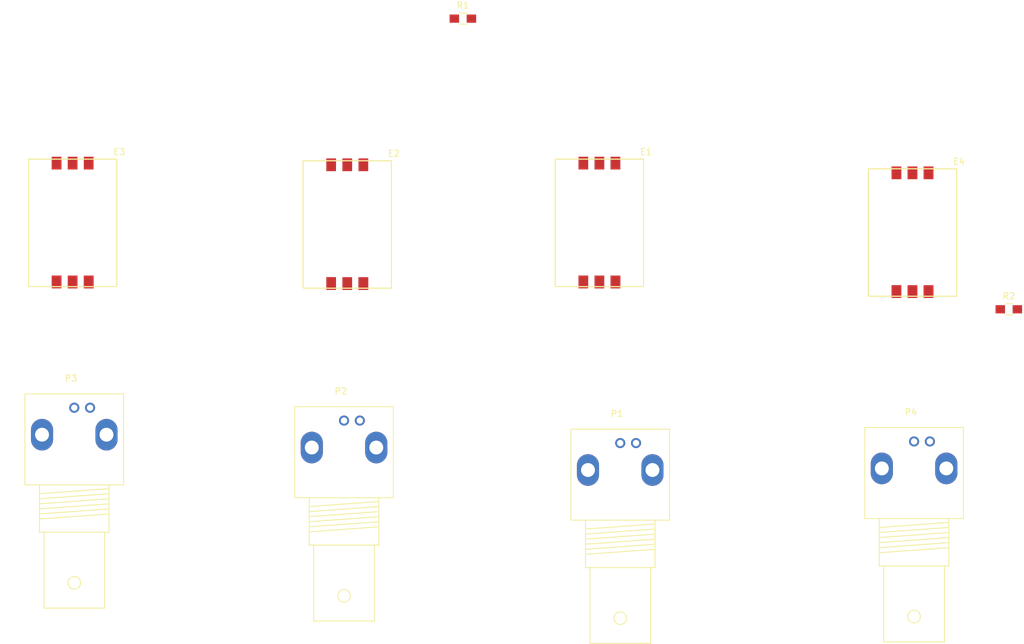
<source format=kicad_pcb>
(kicad_pcb (version 4) (host pcbnew 4.0.4-stable)

  (general
    (links 56)
    (no_connects 32)
    (area 0 0 0 0)
    (thickness 1.6)
    (drawings 0)
    (tracks 0)
    (zones 0)
    (modules 10)
    (nets 13)
  )

  (page A4)
  (layers
    (0 F.Cu signal)
    (31 B.Cu signal)
    (32 B.Adhes user)
    (33 F.Adhes user)
    (34 B.Paste user)
    (35 F.Paste user)
    (36 B.SilkS user)
    (37 F.SilkS user)
    (38 B.Mask user)
    (39 F.Mask user)
    (40 Dwgs.User user)
    (41 Cmts.User user)
    (42 Eco1.User user)
    (43 Eco2.User user)
    (44 Edge.Cuts user)
    (45 Margin user)
    (46 B.CrtYd user)
    (47 F.CrtYd user)
    (48 B.Fab user)
    (49 F.Fab user)
  )

  (setup
    (last_trace_width 0.25)
    (trace_clearance 0.2)
    (zone_clearance 0.508)
    (zone_45_only no)
    (trace_min 0.2)
    (segment_width 0.2)
    (edge_width 0.15)
    (via_size 0.6)
    (via_drill 0.4)
    (via_min_size 0.4)
    (via_min_drill 0.3)
    (uvia_size 0.3)
    (uvia_drill 0.1)
    (uvias_allowed no)
    (uvia_min_size 0.2)
    (uvia_min_drill 0.1)
    (pcb_text_width 0.3)
    (pcb_text_size 1.5 1.5)
    (mod_edge_width 0.15)
    (mod_text_size 1 1)
    (mod_text_width 0.15)
    (pad_size 1.524 1.524)
    (pad_drill 0.762)
    (pad_to_mask_clearance 0.2)
    (aux_axis_origin 0 0)
    (visible_elements FFFFFF7F)
    (pcbplotparams
      (layerselection 0x00030_80000001)
      (usegerberextensions false)
      (excludeedgelayer true)
      (linewidth 0.100000)
      (plotframeref false)
      (viasonmask false)
      (mode 1)
      (useauxorigin false)
      (hpglpennumber 1)
      (hpglpenspeed 20)
      (hpglpendiameter 15)
      (hpglpenoverlay 2)
      (psnegative false)
      (psa4output false)
      (plotreference true)
      (plotvalue true)
      (plotinvisibletext false)
      (padsonsilk false)
      (subtractmaskfromsilk false)
      (outputformat 1)
      (mirror false)
      (drillshape 1)
      (scaleselection 1)
      (outputdirectory ""))
  )

  (net 0 "")
  (net 1 "Net-(E1-Pad4)")
  (net 2 /5V)
  (net 3 "Net-(E1-Pad5)")
  (net 4 /A4)
  (net 5 /Ard_GND)
  (net 6 /A5)
  (net 7 "Net-(E2-Pad4)")
  (net 8 "Net-(E2-Pad5)")
  (net 9 "Net-(E3-Pad4)")
  (net 10 "Net-(E3-Pad5)")
  (net 11 "Net-(E4-Pad4)")
  (net 12 "Net-(E4-Pad5)")

  (net_class Default "This is the default net class."
    (clearance 0.2)
    (trace_width 0.25)
    (via_dia 0.6)
    (via_drill 0.4)
    (uvia_dia 0.3)
    (uvia_drill 0.1)
    (add_net /5V)
    (add_net /A4)
    (add_net /A5)
    (add_net /Ard_GND)
    (add_net "Net-(E1-Pad4)")
    (add_net "Net-(E1-Pad5)")
    (add_net "Net-(E2-Pad4)")
    (add_net "Net-(E2-Pad5)")
    (add_net "Net-(E3-Pad4)")
    (add_net "Net-(E3-Pad5)")
    (add_net "Net-(E4-Pad4)")
    (add_net "Net-(E4-Pad5)")
  )

  (module DAB:phEZO (layer F.Cu) (tedit 5848E68B) (tstamp 5848F259)
    (at 145.796 69.596)
    (path /5848E652)
    (fp_text reference E1 (at 7.366 -11.176) (layer F.SilkS)
      (effects (font (size 1 1) (thickness 0.15)))
    )
    (fp_text value phEZO (at -7.366 -11.176) (layer F.Fab)
      (effects (font (size 1 1) (thickness 0.15)))
    )
    (fp_line (start 6.985 10.127) (end -6.985 10.127) (layer F.SilkS) (width 0.15))
    (fp_line (start 6.985 -10.033) (end 6.985 10.127) (layer F.SilkS) (width 0.15))
    (fp_line (start -6.985 -10.033) (end 6.985 -10.033) (layer F.SilkS) (width 0.15))
    (fp_line (start -6.985 10.127) (end -6.985 -10.033) (layer F.SilkS) (width 0.15))
    (fp_line (start -6.985 10.127) (end -6.985 -10.033) (layer F.SilkS) (width 0.15))
    (fp_line (start -6.985 -10.033) (end 6.985 -10.033) (layer F.SilkS) (width 0.15))
    (fp_line (start 6.985 -10.033) (end 6.985 10.127) (layer F.SilkS) (width 0.15))
    (fp_line (start 6.985 10.127) (end -6.985 10.127) (layer F.SilkS) (width 0.15))
    (pad 4 smd rect (at 2.54 9.398) (size 1.542 2) (layers F.Cu F.Paste F.Mask)
      (net 1 "Net-(E1-Pad4)"))
    (pad 6 smd rect (at -2.54 9.389) (size 1.524 2) (layers F.Cu F.Paste F.Mask)
      (net 2 /5V))
    (pad 5 smd rect (at 0 9.398) (size 1.524 2) (layers F.Cu F.Paste F.Mask)
      (net 3 "Net-(E1-Pad5)"))
    (pad 2 smd rect (at 0 -9.398) (size 1.524 2) (layers F.Cu F.Paste F.Mask)
      (net 4 /A4))
    (pad 1 smd rect (at -2.54 -9.398) (size 1.524 2) (layers F.Cu F.Paste F.Mask)
      (net 5 /Ard_GND))
    (pad 3 smd rect (at 2.54 -9.398) (size 1.524 2) (layers F.Cu F.Paste F.Mask)
      (net 6 /A5))
    (pad 3 smd rect (at 2.54 -9.398) (size 1.524 2) (layers F.Cu F.Paste F.Mask)
      (net 6 /A5))
    (pad 1 smd rect (at -2.54 -9.398) (size 1.524 2) (layers F.Cu F.Paste F.Mask)
      (net 5 /Ard_GND))
    (pad 2 smd rect (at 0 -9.398) (size 1.524 2) (layers F.Cu F.Paste F.Mask)
      (net 4 /A4))
    (pad 5 smd rect (at 0 9.398) (size 1.524 2) (layers F.Cu F.Paste F.Mask)
      (net 3 "Net-(E1-Pad5)"))
    (pad 6 smd rect (at -2.54 9.389) (size 1.524 2) (layers F.Cu F.Paste F.Mask)
      (net 2 /5V))
    (pad 4 smd rect (at 2.54 9.398) (size 1.542 2) (layers F.Cu F.Paste F.Mask)
      (net 1 "Net-(E1-Pad4)"))
  )

  (module DAB:phEZO (layer F.Cu) (tedit 5848E68B) (tstamp 5848F271)
    (at 105.918 69.85)
    (path /5848E693)
    (fp_text reference E2 (at 7.366 -11.176) (layer F.SilkS)
      (effects (font (size 1 1) (thickness 0.15)))
    )
    (fp_text value DO_EZO (at -7.366 -11.176) (layer F.Fab)
      (effects (font (size 1 1) (thickness 0.15)))
    )
    (fp_line (start 6.985 10.127) (end -6.985 10.127) (layer F.SilkS) (width 0.15))
    (fp_line (start 6.985 -10.033) (end 6.985 10.127) (layer F.SilkS) (width 0.15))
    (fp_line (start -6.985 -10.033) (end 6.985 -10.033) (layer F.SilkS) (width 0.15))
    (fp_line (start -6.985 10.127) (end -6.985 -10.033) (layer F.SilkS) (width 0.15))
    (fp_line (start -6.985 10.127) (end -6.985 -10.033) (layer F.SilkS) (width 0.15))
    (fp_line (start -6.985 -10.033) (end 6.985 -10.033) (layer F.SilkS) (width 0.15))
    (fp_line (start 6.985 -10.033) (end 6.985 10.127) (layer F.SilkS) (width 0.15))
    (fp_line (start 6.985 10.127) (end -6.985 10.127) (layer F.SilkS) (width 0.15))
    (pad 4 smd rect (at 2.54 9.398) (size 1.542 2) (layers F.Cu F.Paste F.Mask)
      (net 7 "Net-(E2-Pad4)"))
    (pad 6 smd rect (at -2.54 9.389) (size 1.524 2) (layers F.Cu F.Paste F.Mask)
      (net 2 /5V))
    (pad 5 smd rect (at 0 9.398) (size 1.524 2) (layers F.Cu F.Paste F.Mask)
      (net 8 "Net-(E2-Pad5)"))
    (pad 2 smd rect (at 0 -9.398) (size 1.524 2) (layers F.Cu F.Paste F.Mask)
      (net 4 /A4))
    (pad 1 smd rect (at -2.54 -9.398) (size 1.524 2) (layers F.Cu F.Paste F.Mask)
      (net 5 /Ard_GND))
    (pad 3 smd rect (at 2.54 -9.398) (size 1.524 2) (layers F.Cu F.Paste F.Mask)
      (net 6 /A5))
    (pad 3 smd rect (at 2.54 -9.398) (size 1.524 2) (layers F.Cu F.Paste F.Mask)
      (net 6 /A5))
    (pad 1 smd rect (at -2.54 -9.398) (size 1.524 2) (layers F.Cu F.Paste F.Mask)
      (net 5 /Ard_GND))
    (pad 2 smd rect (at 0 -9.398) (size 1.524 2) (layers F.Cu F.Paste F.Mask)
      (net 4 /A4))
    (pad 5 smd rect (at 0 9.398) (size 1.524 2) (layers F.Cu F.Paste F.Mask)
      (net 8 "Net-(E2-Pad5)"))
    (pad 6 smd rect (at -2.54 9.389) (size 1.524 2) (layers F.Cu F.Paste F.Mask)
      (net 2 /5V))
    (pad 4 smd rect (at 2.54 9.398) (size 1.542 2) (layers F.Cu F.Paste F.Mask)
      (net 7 "Net-(E2-Pad4)"))
  )

  (module DAB:phEZO (layer F.Cu) (tedit 5848E68B) (tstamp 5848F289)
    (at 62.484 69.596)
    (path /5848EA59)
    (fp_text reference E3 (at 7.366 -11.176) (layer F.SilkS)
      (effects (font (size 1 1) (thickness 0.15)))
    )
    (fp_text value phEZO (at -7.366 -11.176) (layer F.Fab)
      (effects (font (size 1 1) (thickness 0.15)))
    )
    (fp_line (start 6.985 10.127) (end -6.985 10.127) (layer F.SilkS) (width 0.15))
    (fp_line (start 6.985 -10.033) (end 6.985 10.127) (layer F.SilkS) (width 0.15))
    (fp_line (start -6.985 -10.033) (end 6.985 -10.033) (layer F.SilkS) (width 0.15))
    (fp_line (start -6.985 10.127) (end -6.985 -10.033) (layer F.SilkS) (width 0.15))
    (fp_line (start -6.985 10.127) (end -6.985 -10.033) (layer F.SilkS) (width 0.15))
    (fp_line (start -6.985 -10.033) (end 6.985 -10.033) (layer F.SilkS) (width 0.15))
    (fp_line (start 6.985 -10.033) (end 6.985 10.127) (layer F.SilkS) (width 0.15))
    (fp_line (start 6.985 10.127) (end -6.985 10.127) (layer F.SilkS) (width 0.15))
    (pad 4 smd rect (at 2.54 9.398) (size 1.542 2) (layers F.Cu F.Paste F.Mask)
      (net 9 "Net-(E3-Pad4)"))
    (pad 6 smd rect (at -2.54 9.389) (size 1.524 2) (layers F.Cu F.Paste F.Mask)
      (net 2 /5V))
    (pad 5 smd rect (at 0 9.398) (size 1.524 2) (layers F.Cu F.Paste F.Mask)
      (net 10 "Net-(E3-Pad5)"))
    (pad 2 smd rect (at 0 -9.398) (size 1.524 2) (layers F.Cu F.Paste F.Mask)
      (net 4 /A4))
    (pad 1 smd rect (at -2.54 -9.398) (size 1.524 2) (layers F.Cu F.Paste F.Mask)
      (net 5 /Ard_GND))
    (pad 3 smd rect (at 2.54 -9.398) (size 1.524 2) (layers F.Cu F.Paste F.Mask)
      (net 6 /A5))
    (pad 3 smd rect (at 2.54 -9.398) (size 1.524 2) (layers F.Cu F.Paste F.Mask)
      (net 6 /A5))
    (pad 1 smd rect (at -2.54 -9.398) (size 1.524 2) (layers F.Cu F.Paste F.Mask)
      (net 5 /Ard_GND))
    (pad 2 smd rect (at 0 -9.398) (size 1.524 2) (layers F.Cu F.Paste F.Mask)
      (net 4 /A4))
    (pad 5 smd rect (at 0 9.398) (size 1.524 2) (layers F.Cu F.Paste F.Mask)
      (net 10 "Net-(E3-Pad5)"))
    (pad 6 smd rect (at -2.54 9.389) (size 1.524 2) (layers F.Cu F.Paste F.Mask)
      (net 2 /5V))
    (pad 4 smd rect (at 2.54 9.398) (size 1.542 2) (layers F.Cu F.Paste F.Mask)
      (net 9 "Net-(E3-Pad4)"))
  )

  (module DAB:phEZO (layer F.Cu) (tedit 5848E68B) (tstamp 5848F2A1)
    (at 195.326 71.12)
    (path /5848EA9A)
    (fp_text reference E4 (at 7.366 -11.176) (layer F.SilkS)
      (effects (font (size 1 1) (thickness 0.15)))
    )
    (fp_text value phEZO (at -7.366 -11.176) (layer F.Fab)
      (effects (font (size 1 1) (thickness 0.15)))
    )
    (fp_line (start 6.985 10.127) (end -6.985 10.127) (layer F.SilkS) (width 0.15))
    (fp_line (start 6.985 -10.033) (end 6.985 10.127) (layer F.SilkS) (width 0.15))
    (fp_line (start -6.985 -10.033) (end 6.985 -10.033) (layer F.SilkS) (width 0.15))
    (fp_line (start -6.985 10.127) (end -6.985 -10.033) (layer F.SilkS) (width 0.15))
    (fp_line (start -6.985 10.127) (end -6.985 -10.033) (layer F.SilkS) (width 0.15))
    (fp_line (start -6.985 -10.033) (end 6.985 -10.033) (layer F.SilkS) (width 0.15))
    (fp_line (start 6.985 -10.033) (end 6.985 10.127) (layer F.SilkS) (width 0.15))
    (fp_line (start 6.985 10.127) (end -6.985 10.127) (layer F.SilkS) (width 0.15))
    (pad 4 smd rect (at 2.54 9.398) (size 1.542 2) (layers F.Cu F.Paste F.Mask)
      (net 11 "Net-(E4-Pad4)"))
    (pad 6 smd rect (at -2.54 9.389) (size 1.524 2) (layers F.Cu F.Paste F.Mask)
      (net 2 /5V))
    (pad 5 smd rect (at 0 9.398) (size 1.524 2) (layers F.Cu F.Paste F.Mask)
      (net 12 "Net-(E4-Pad5)"))
    (pad 2 smd rect (at 0 -9.398) (size 1.524 2) (layers F.Cu F.Paste F.Mask)
      (net 4 /A4))
    (pad 1 smd rect (at -2.54 -9.398) (size 1.524 2) (layers F.Cu F.Paste F.Mask)
      (net 5 /Ard_GND))
    (pad 3 smd rect (at 2.54 -9.398) (size 1.524 2) (layers F.Cu F.Paste F.Mask)
      (net 6 /A5))
    (pad 3 smd rect (at 2.54 -9.398) (size 1.524 2) (layers F.Cu F.Paste F.Mask)
      (net 6 /A5))
    (pad 1 smd rect (at -2.54 -9.398) (size 1.524 2) (layers F.Cu F.Paste F.Mask)
      (net 5 /Ard_GND))
    (pad 2 smd rect (at 0 -9.398) (size 1.524 2) (layers F.Cu F.Paste F.Mask)
      (net 4 /A4))
    (pad 5 smd rect (at 0 9.398) (size 1.524 2) (layers F.Cu F.Paste F.Mask)
      (net 12 "Net-(E4-Pad5)"))
    (pad 6 smd rect (at -2.54 9.389) (size 1.524 2) (layers F.Cu F.Paste F.Mask)
      (net 2 /5V))
    (pad 4 smd rect (at 2.54 9.398) (size 1.542 2) (layers F.Cu F.Paste F.Mask)
      (net 11 "Net-(E4-Pad4)"))
  )

  (module Sockets_BNC:BNC_Socket_TYCO-AMP (layer F.Cu) (tedit 0) (tstamp 5848F2A9)
    (at 149.098 109.474 180)
    (descr "BNC Socket TYCO AMP")
    (tags "BNC Socket TYCO AMP")
    (path /5848E61E)
    (fp_text reference P1 (at 0.508 9.652 180) (layer F.SilkS)
      (effects (font (size 1 1) (thickness 0.15)))
    )
    (fp_text value BNC (at 10.89914 -9.6012 270) (layer F.Fab)
      (effects (font (size 1 1) (thickness 0.15)))
    )
    (fp_line (start -5.4991 -11.80084) (end 5.4991 -12.60094) (layer F.SilkS) (width 0.15))
    (fp_line (start -5.4991 -11.00074) (end 5.4991 -11.80084) (layer F.SilkS) (width 0.15))
    (fp_line (start -5.4991 -10.20064) (end 5.4991 -11.00074) (layer F.SilkS) (width 0.15))
    (fp_line (start -5.4991 -9.40054) (end 5.4991 -10.20064) (layer F.SilkS) (width 0.15))
    (fp_line (start -5.4991 -8.60044) (end 5.4991 -9.40054) (layer F.SilkS) (width 0.15))
    (fp_line (start -5.4991 -7.80034) (end 5.4991 -8.60044) (layer F.SilkS) (width 0.15))
    (fp_circle (center 0 -22.69998) (end 1.00076 -22.69998) (layer F.SilkS) (width 0.15))
    (fp_line (start 4.8006 -14.69898) (end 4.8006 -26.70048) (layer F.SilkS) (width 0.15))
    (fp_line (start 4.8006 -26.70048) (end -4.8006 -26.70048) (layer F.SilkS) (width 0.15))
    (fp_line (start -4.8006 -26.70048) (end -4.8006 -14.69898) (layer F.SilkS) (width 0.15))
    (fp_line (start 5.4991 -7.2009) (end 5.4991 -14.69898) (layer F.SilkS) (width 0.15))
    (fp_line (start 5.4991 -14.69898) (end -5.4991 -14.69898) (layer F.SilkS) (width 0.15))
    (fp_line (start -5.4991 -14.69898) (end -5.4991 -7.2009) (layer F.SilkS) (width 0.15))
    (fp_line (start -7.80034 7.2009) (end 7.80034 7.2009) (layer F.SilkS) (width 0.15))
    (fp_line (start 7.80034 7.2009) (end 7.80034 -7.2009) (layer F.SilkS) (width 0.15))
    (fp_line (start 7.80034 -7.2009) (end -7.80034 -7.2009) (layer F.SilkS) (width 0.15))
    (fp_line (start -7.80034 -7.2009) (end -7.80034 7.2009) (layer F.SilkS) (width 0.15))
    (pad 2 thru_hole oval (at -5.09778 0.7366 180) (size 3.50012 5.00126) (drill 2.19964) (layers *.Cu *.Mask)
      (net 1 "Net-(E1-Pad4)"))
    (pad 2 thru_hole oval (at 5.10032 0.7366 180) (size 3.50012 5.00126) (drill 2.19964) (layers *.Cu *.Mask)
      (net 1 "Net-(E1-Pad4)"))
    (pad 1 thru_hole circle (at 0 5.00126 180) (size 1.6002 1.6002) (drill 1.00076) (layers *.Cu *.Mask)
      (net 3 "Net-(E1-Pad5)"))
    (pad 2 thru_hole circle (at -2.49936 5.00126 180) (size 1.6002 1.6002) (drill 1.00076) (layers *.Cu *.Mask)
      (net 1 "Net-(E1-Pad4)"))
    (model Sockets_BNC.3dshapes/BNC_Socket_TYCO-AMP.wrl
      (at (xyz 0 0 0))
      (scale (xyz 0.3937 0.3937 0.3937))
      (rotate (xyz 0 0 0))
    )
  )

  (module Sockets_BNC:BNC_Socket_TYCO-AMP (layer F.Cu) (tedit 0) (tstamp 5848F2B1)
    (at 105.41 105.918 180)
    (descr "BNC Socket TYCO AMP")
    (tags "BNC Socket TYCO AMP")
    (path /5848E8A5)
    (fp_text reference P2 (at 0.508 9.652 180) (layer F.SilkS)
      (effects (font (size 1 1) (thickness 0.15)))
    )
    (fp_text value BNC (at 10.89914 -9.6012 270) (layer F.Fab)
      (effects (font (size 1 1) (thickness 0.15)))
    )
    (fp_line (start -5.4991 -11.80084) (end 5.4991 -12.60094) (layer F.SilkS) (width 0.15))
    (fp_line (start -5.4991 -11.00074) (end 5.4991 -11.80084) (layer F.SilkS) (width 0.15))
    (fp_line (start -5.4991 -10.20064) (end 5.4991 -11.00074) (layer F.SilkS) (width 0.15))
    (fp_line (start -5.4991 -9.40054) (end 5.4991 -10.20064) (layer F.SilkS) (width 0.15))
    (fp_line (start -5.4991 -8.60044) (end 5.4991 -9.40054) (layer F.SilkS) (width 0.15))
    (fp_line (start -5.4991 -7.80034) (end 5.4991 -8.60044) (layer F.SilkS) (width 0.15))
    (fp_circle (center 0 -22.69998) (end 1.00076 -22.69998) (layer F.SilkS) (width 0.15))
    (fp_line (start 4.8006 -14.69898) (end 4.8006 -26.70048) (layer F.SilkS) (width 0.15))
    (fp_line (start 4.8006 -26.70048) (end -4.8006 -26.70048) (layer F.SilkS) (width 0.15))
    (fp_line (start -4.8006 -26.70048) (end -4.8006 -14.69898) (layer F.SilkS) (width 0.15))
    (fp_line (start 5.4991 -7.2009) (end 5.4991 -14.69898) (layer F.SilkS) (width 0.15))
    (fp_line (start 5.4991 -14.69898) (end -5.4991 -14.69898) (layer F.SilkS) (width 0.15))
    (fp_line (start -5.4991 -14.69898) (end -5.4991 -7.2009) (layer F.SilkS) (width 0.15))
    (fp_line (start -7.80034 7.2009) (end 7.80034 7.2009) (layer F.SilkS) (width 0.15))
    (fp_line (start 7.80034 7.2009) (end 7.80034 -7.2009) (layer F.SilkS) (width 0.15))
    (fp_line (start 7.80034 -7.2009) (end -7.80034 -7.2009) (layer F.SilkS) (width 0.15))
    (fp_line (start -7.80034 -7.2009) (end -7.80034 7.2009) (layer F.SilkS) (width 0.15))
    (pad 2 thru_hole oval (at -5.09778 0.7366 180) (size 3.50012 5.00126) (drill 2.19964) (layers *.Cu *.Mask)
      (net 7 "Net-(E2-Pad4)"))
    (pad 2 thru_hole oval (at 5.10032 0.7366 180) (size 3.50012 5.00126) (drill 2.19964) (layers *.Cu *.Mask)
      (net 7 "Net-(E2-Pad4)"))
    (pad 1 thru_hole circle (at 0 5.00126 180) (size 1.6002 1.6002) (drill 1.00076) (layers *.Cu *.Mask)
      (net 8 "Net-(E2-Pad5)"))
    (pad 2 thru_hole circle (at -2.49936 5.00126 180) (size 1.6002 1.6002) (drill 1.00076) (layers *.Cu *.Mask)
      (net 7 "Net-(E2-Pad4)"))
    (model Sockets_BNC.3dshapes/BNC_Socket_TYCO-AMP.wrl
      (at (xyz 0 0 0))
      (scale (xyz 0.3937 0.3937 0.3937))
      (rotate (xyz 0 0 0))
    )
  )

  (module Sockets_BNC:BNC_Socket_TYCO-AMP (layer F.Cu) (tedit 0) (tstamp 5848F2B9)
    (at 62.738 103.886 180)
    (descr "BNC Socket TYCO AMP")
    (tags "BNC Socket TYCO AMP")
    (path /5848EAD5)
    (fp_text reference P3 (at 0.508 9.652 180) (layer F.SilkS)
      (effects (font (size 1 1) (thickness 0.15)))
    )
    (fp_text value BNC (at 10.89914 -9.6012 270) (layer F.Fab)
      (effects (font (size 1 1) (thickness 0.15)))
    )
    (fp_line (start -5.4991 -11.80084) (end 5.4991 -12.60094) (layer F.SilkS) (width 0.15))
    (fp_line (start -5.4991 -11.00074) (end 5.4991 -11.80084) (layer F.SilkS) (width 0.15))
    (fp_line (start -5.4991 -10.20064) (end 5.4991 -11.00074) (layer F.SilkS) (width 0.15))
    (fp_line (start -5.4991 -9.40054) (end 5.4991 -10.20064) (layer F.SilkS) (width 0.15))
    (fp_line (start -5.4991 -8.60044) (end 5.4991 -9.40054) (layer F.SilkS) (width 0.15))
    (fp_line (start -5.4991 -7.80034) (end 5.4991 -8.60044) (layer F.SilkS) (width 0.15))
    (fp_circle (center 0 -22.69998) (end 1.00076 -22.69998) (layer F.SilkS) (width 0.15))
    (fp_line (start 4.8006 -14.69898) (end 4.8006 -26.70048) (layer F.SilkS) (width 0.15))
    (fp_line (start 4.8006 -26.70048) (end -4.8006 -26.70048) (layer F.SilkS) (width 0.15))
    (fp_line (start -4.8006 -26.70048) (end -4.8006 -14.69898) (layer F.SilkS) (width 0.15))
    (fp_line (start 5.4991 -7.2009) (end 5.4991 -14.69898) (layer F.SilkS) (width 0.15))
    (fp_line (start 5.4991 -14.69898) (end -5.4991 -14.69898) (layer F.SilkS) (width 0.15))
    (fp_line (start -5.4991 -14.69898) (end -5.4991 -7.2009) (layer F.SilkS) (width 0.15))
    (fp_line (start -7.80034 7.2009) (end 7.80034 7.2009) (layer F.SilkS) (width 0.15))
    (fp_line (start 7.80034 7.2009) (end 7.80034 -7.2009) (layer F.SilkS) (width 0.15))
    (fp_line (start 7.80034 -7.2009) (end -7.80034 -7.2009) (layer F.SilkS) (width 0.15))
    (fp_line (start -7.80034 -7.2009) (end -7.80034 7.2009) (layer F.SilkS) (width 0.15))
    (pad 2 thru_hole oval (at -5.09778 0.7366 180) (size 3.50012 5.00126) (drill 2.19964) (layers *.Cu *.Mask)
      (net 9 "Net-(E3-Pad4)"))
    (pad 2 thru_hole oval (at 5.10032 0.7366 180) (size 3.50012 5.00126) (drill 2.19964) (layers *.Cu *.Mask)
      (net 9 "Net-(E3-Pad4)"))
    (pad 1 thru_hole circle (at 0 5.00126 180) (size 1.6002 1.6002) (drill 1.00076) (layers *.Cu *.Mask)
      (net 10 "Net-(E3-Pad5)"))
    (pad 2 thru_hole circle (at -2.49936 5.00126 180) (size 1.6002 1.6002) (drill 1.00076) (layers *.Cu *.Mask)
      (net 9 "Net-(E3-Pad4)"))
    (model Sockets_BNC.3dshapes/BNC_Socket_TYCO-AMP.wrl
      (at (xyz 0 0 0))
      (scale (xyz 0.3937 0.3937 0.3937))
      (rotate (xyz 0 0 0))
    )
  )

  (module Sockets_BNC:BNC_Socket_TYCO-AMP (layer F.Cu) (tedit 0) (tstamp 5848F2C1)
    (at 195.58 109.22 180)
    (descr "BNC Socket TYCO AMP")
    (tags "BNC Socket TYCO AMP")
    (path /5848EB1B)
    (fp_text reference P4 (at 0.508 9.652 180) (layer F.SilkS)
      (effects (font (size 1 1) (thickness 0.15)))
    )
    (fp_text value BNC (at 10.89914 -9.6012 270) (layer F.Fab)
      (effects (font (size 1 1) (thickness 0.15)))
    )
    (fp_line (start -5.4991 -11.80084) (end 5.4991 -12.60094) (layer F.SilkS) (width 0.15))
    (fp_line (start -5.4991 -11.00074) (end 5.4991 -11.80084) (layer F.SilkS) (width 0.15))
    (fp_line (start -5.4991 -10.20064) (end 5.4991 -11.00074) (layer F.SilkS) (width 0.15))
    (fp_line (start -5.4991 -9.40054) (end 5.4991 -10.20064) (layer F.SilkS) (width 0.15))
    (fp_line (start -5.4991 -8.60044) (end 5.4991 -9.40054) (layer F.SilkS) (width 0.15))
    (fp_line (start -5.4991 -7.80034) (end 5.4991 -8.60044) (layer F.SilkS) (width 0.15))
    (fp_circle (center 0 -22.69998) (end 1.00076 -22.69998) (layer F.SilkS) (width 0.15))
    (fp_line (start 4.8006 -14.69898) (end 4.8006 -26.70048) (layer F.SilkS) (width 0.15))
    (fp_line (start 4.8006 -26.70048) (end -4.8006 -26.70048) (layer F.SilkS) (width 0.15))
    (fp_line (start -4.8006 -26.70048) (end -4.8006 -14.69898) (layer F.SilkS) (width 0.15))
    (fp_line (start 5.4991 -7.2009) (end 5.4991 -14.69898) (layer F.SilkS) (width 0.15))
    (fp_line (start 5.4991 -14.69898) (end -5.4991 -14.69898) (layer F.SilkS) (width 0.15))
    (fp_line (start -5.4991 -14.69898) (end -5.4991 -7.2009) (layer F.SilkS) (width 0.15))
    (fp_line (start -7.80034 7.2009) (end 7.80034 7.2009) (layer F.SilkS) (width 0.15))
    (fp_line (start 7.80034 7.2009) (end 7.80034 -7.2009) (layer F.SilkS) (width 0.15))
    (fp_line (start 7.80034 -7.2009) (end -7.80034 -7.2009) (layer F.SilkS) (width 0.15))
    (fp_line (start -7.80034 -7.2009) (end -7.80034 7.2009) (layer F.SilkS) (width 0.15))
    (pad 2 thru_hole oval (at -5.09778 0.7366 180) (size 3.50012 5.00126) (drill 2.19964) (layers *.Cu *.Mask)
      (net 11 "Net-(E4-Pad4)"))
    (pad 2 thru_hole oval (at 5.10032 0.7366 180) (size 3.50012 5.00126) (drill 2.19964) (layers *.Cu *.Mask)
      (net 11 "Net-(E4-Pad4)"))
    (pad 1 thru_hole circle (at 0 5.00126 180) (size 1.6002 1.6002) (drill 1.00076) (layers *.Cu *.Mask)
      (net 12 "Net-(E4-Pad5)"))
    (pad 2 thru_hole circle (at -2.49936 5.00126 180) (size 1.6002 1.6002) (drill 1.00076) (layers *.Cu *.Mask)
      (net 11 "Net-(E4-Pad4)"))
    (model Sockets_BNC.3dshapes/BNC_Socket_TYCO-AMP.wrl
      (at (xyz 0 0 0))
      (scale (xyz 0.3937 0.3937 0.3937))
      (rotate (xyz 0 0 0))
    )
  )

  (module Resistors_SMD:R_0805_HandSoldering (layer F.Cu) (tedit 58307B90) (tstamp 5848F2C7)
    (at 124.206 37.338)
    (descr "Resistor SMD 0805, hand soldering")
    (tags "resistor 0805")
    (path /5848F097)
    (attr smd)
    (fp_text reference R1 (at 0 -2.1) (layer F.SilkS)
      (effects (font (size 1 1) (thickness 0.15)))
    )
    (fp_text value 11K (at 0 2.1) (layer F.Fab)
      (effects (font (size 1 1) (thickness 0.15)))
    )
    (fp_line (start -1 0.625) (end -1 -0.625) (layer F.Fab) (width 0.1))
    (fp_line (start 1 0.625) (end -1 0.625) (layer F.Fab) (width 0.1))
    (fp_line (start 1 -0.625) (end 1 0.625) (layer F.Fab) (width 0.1))
    (fp_line (start -1 -0.625) (end 1 -0.625) (layer F.Fab) (width 0.1))
    (fp_line (start -2.4 -1) (end 2.4 -1) (layer F.CrtYd) (width 0.05))
    (fp_line (start -2.4 1) (end 2.4 1) (layer F.CrtYd) (width 0.05))
    (fp_line (start -2.4 -1) (end -2.4 1) (layer F.CrtYd) (width 0.05))
    (fp_line (start 2.4 -1) (end 2.4 1) (layer F.CrtYd) (width 0.05))
    (fp_line (start 0.6 0.875) (end -0.6 0.875) (layer F.SilkS) (width 0.15))
    (fp_line (start -0.6 -0.875) (end 0.6 -0.875) (layer F.SilkS) (width 0.15))
    (pad 1 smd rect (at -1.35 0) (size 1.5 1.3) (layers F.Cu F.Paste F.Mask)
      (net 4 /A4))
    (pad 2 smd rect (at 1.35 0) (size 1.5 1.3) (layers F.Cu F.Paste F.Mask)
      (net 2 /5V))
    (model Resistors_SMD.3dshapes/R_0805_HandSoldering.wrl
      (at (xyz 0 0 0))
      (scale (xyz 1 1 1))
      (rotate (xyz 0 0 0))
    )
  )

  (module Resistors_SMD:R_0805_HandSoldering (layer F.Cu) (tedit 58307B90) (tstamp 5848F2CD)
    (at 210.566 83.312)
    (descr "Resistor SMD 0805, hand soldering")
    (tags "resistor 0805")
    (path /5848F0F1)
    (attr smd)
    (fp_text reference R2 (at 0 -2.1) (layer F.SilkS)
      (effects (font (size 1 1) (thickness 0.15)))
    )
    (fp_text value 10K (at 0 2.1) (layer F.Fab)
      (effects (font (size 1 1) (thickness 0.15)))
    )
    (fp_line (start -1 0.625) (end -1 -0.625) (layer F.Fab) (width 0.1))
    (fp_line (start 1 0.625) (end -1 0.625) (layer F.Fab) (width 0.1))
    (fp_line (start 1 -0.625) (end 1 0.625) (layer F.Fab) (width 0.1))
    (fp_line (start -1 -0.625) (end 1 -0.625) (layer F.Fab) (width 0.1))
    (fp_line (start -2.4 -1) (end 2.4 -1) (layer F.CrtYd) (width 0.05))
    (fp_line (start -2.4 1) (end 2.4 1) (layer F.CrtYd) (width 0.05))
    (fp_line (start -2.4 -1) (end -2.4 1) (layer F.CrtYd) (width 0.05))
    (fp_line (start 2.4 -1) (end 2.4 1) (layer F.CrtYd) (width 0.05))
    (fp_line (start 0.6 0.875) (end -0.6 0.875) (layer F.SilkS) (width 0.15))
    (fp_line (start -0.6 -0.875) (end 0.6 -0.875) (layer F.SilkS) (width 0.15))
    (pad 1 smd rect (at -1.35 0) (size 1.5 1.3) (layers F.Cu F.Paste F.Mask)
      (net 6 /A5))
    (pad 2 smd rect (at 1.35 0) (size 1.5 1.3) (layers F.Cu F.Paste F.Mask)
      (net 2 /5V))
    (model Resistors_SMD.3dshapes/R_0805_HandSoldering.wrl
      (at (xyz 0 0 0))
      (scale (xyz 1 1 1))
      (rotate (xyz 0 0 0))
    )
  )

)

</source>
